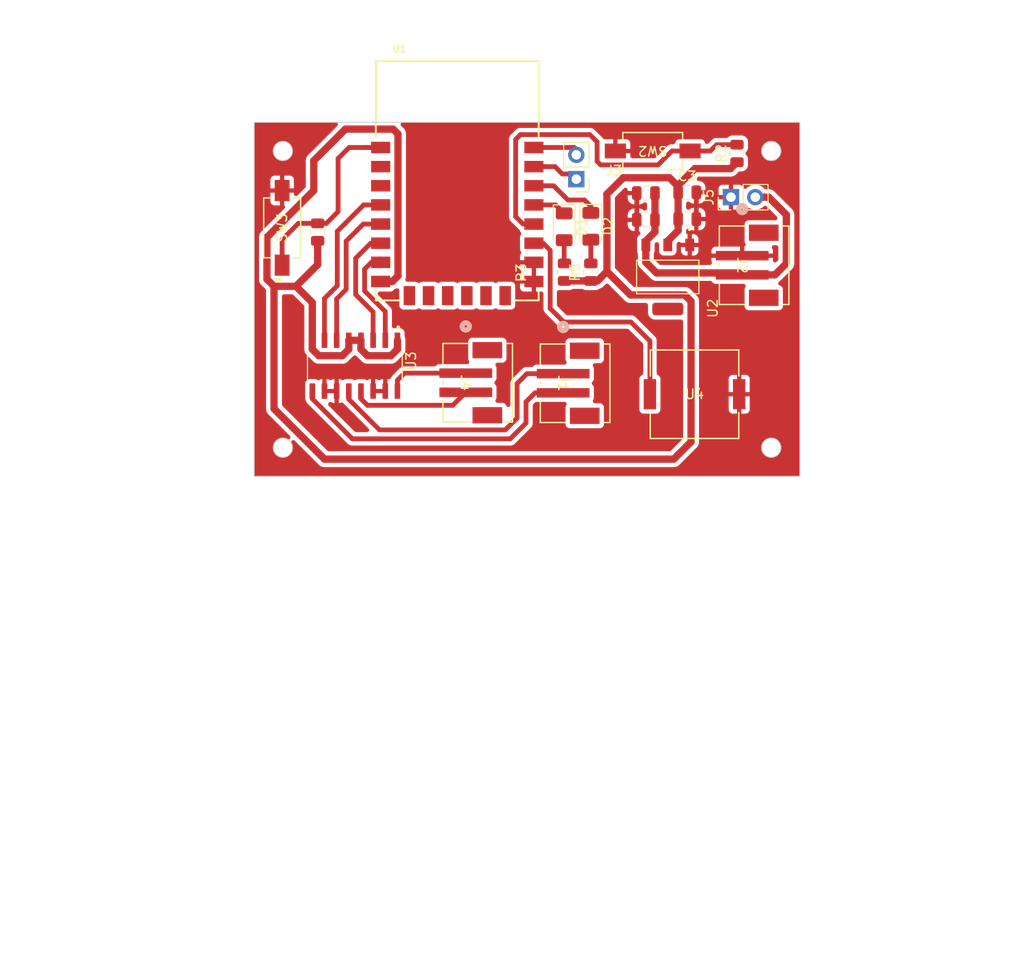
<source format=kicad_pcb>
(kicad_pcb (version 20221018) (generator pcbnew)
  (layers (0 "F.Cu" signal) (31 "B.Cu" signal) (44 "Edge.Cuts" user))
  (net 0 "")
  (net 1 "GND")
  (net 2 "VCC")
  (net 3 "/INL")
  (net 4 "Net-(J3-Pin_2)")
  (net 5 "/boot")
  (net 14 "/VIN")
  (net 15 "/LED1")
  (net 16 "/RST")
  (net 17 "Net-(D1-A)")
  (net 18 "/LED2")
  (net 19 "Net-(D2-A)")
  (net 20 "/in2")
  (net 21 "/in1")
  (net 22 "/in4")
  (net 23 "/in3")
  (net 24 "/buzzer")
  (net 25 "Net-(U3A-OUTB2)")
  (net 26 "Net-(U3A-OUTA2)")
  (net 27 "Net-(U3A-OUTB1)")
  (net 28 "Net-(U3A-OUTA1)")
  (footprint "Capacitor_SMD:C_0805_2012Metric" (layer "F.Cu") (at 80.9098 32.4015)
    (fp_text reference "C2" hide)
    (fp_text value "C")
    (fp_line (start -0.261252 -0.735) (end 0.261252 -0.735) (stroke (width 0.12)) (layer "F.SilkS"))
    (fp_line (start -0.261252 0.735) (end 0.261252 0.735) (stroke (width 0.12)) (layer "F.SilkS"))
    (pad "1" smd roundrect (at -0.95 0) (size 1 1.45) (layers "F.Cu" "F.Paste" "F.Mask") (net 1 "GND"))
    (pad "2" smd roundrect (at 0.95 0) (size 1 1.45) (layers "F.Cu" "F.Paste" "F.Mask") (net 14 "/VIN"))
  )
  (footprint "esp_lib:ESP-12F" (layer "F.Cu") (at 61.214 31.115)
    (fp_text reference "U1" (at -6.03654 -13.788698) (layer "F.SilkS") (effects (font (size 0.700469 0.700469))))
    (fp_text value "ESP-12F")
    (fp_line (start -8.5 -12.5) (end -8.5 -4.5) (stroke (width 0.2)) (layer "F.SilkS"))
    (fp_line (start -8.5 -12.5) (end 8.5 -12.5) (stroke (width 0.2)) (layer "F.SilkS"))
    (fp_line (start -8.5 11.5) (end -8.5 12.5) (stroke (width 0.2)) (layer "F.SilkS"))
    (fp_line (start -8.5 12.5) (end -6 12.5) (stroke (width 0.2)) (layer "F.SilkS"))
    (fp_line (start 8.5 -12.5) (end 8.5 -4.5) (stroke (width 0.2)) (layer "F.SilkS"))
    (fp_line (start 8.5 12.5) (end 6 12.5) (stroke (width 0.2)) (layer "F.SilkS"))
    (fp_line (start 8.5 12.5) (end 8.5 11.5) (stroke (width 0.2)) (layer "F.SilkS"))
    (pad "1" smd rect (at -8 -3.48) (size 2 1.2) (layers "F.Cu" "F.Paste" "F.Mask") (net 16 "/RST"))
    (pad "2" smd rect (at -8 -1.48) (size 2 1.2) (layers "F.Cu" "F.Paste" "F.Mask"))
    (pad "3" smd rect (at -8 0.52) (size 2 1.2) (layers "F.Cu" "F.Paste" "F.Mask"))
    (pad "4" smd rect (at -8 2.52) (size 2 1.2) (layers "F.Cu" "F.Paste" "F.Mask") (net 20 "/in2"))
    (pad "5" smd rect (at -8 4.52) (size 2 1.2) (layers "F.Cu" "F.Paste" "F.Mask") (net 21 "/in1"))
    (pad "6" smd rect (at -8 6.52) (size 2 1.2) (layers "F.Cu" "F.Paste" "F.Mask") (net 22 "/in4"))
    (pad "7" smd rect (at -8 8.52) (size 2 1.2) (layers "F.Cu" "F.Paste" "F.Mask") (net 23 "/in3"))
    (pad "8" smd rect (at -8 10.52) (size 2 1.2) (layers "F.Cu" "F.Paste" "F.Mask") (net 2 "VCC"))
    (pad "9" smd rect (at -5 12 90) (size 2 1.2) (layers "F.Cu" "F.Paste" "F.Mask"))
    (pad "10" smd rect (at -3 12 90) (size 2 1.2) (layers "F.Cu" "F.Paste" "F.Mask"))
    (pad "11" smd rect (at -1 12 90) (size 2 1.2) (layers "F.Cu" "F.Paste" "F.Mask"))
    (pad "12" smd rect (at 1 12 90) (size 2 1.2) (layers "F.Cu" "F.Paste" "F.Mask"))
    (pad "13" smd rect (at 3 12 90) (size 2 1.2) (layers "F.Cu" "F.Paste" "F.Mask"))
    (pad "14" smd rect (at 5 12 90) (size 2 1.2) (layers "F.Cu" "F.Paste" "F.Mask"))
    (pad "15" smd rect (at 8 10.52) (size 2 1.2) (layers "F.Cu" "F.Paste" "F.Mask") (net 1 "GND"))
    (pad "16" smd rect (at 8 8.52) (size 2 1.2) (layers "F.Cu" "F.Paste" "F.Mask") (net 1 "GND"))
    (pad "17" smd rect (at 8 6.52) (size 2 1.2) (layers "F.Cu" "F.Paste" "F.Mask") (net 24 "/buzzer"))
    (pad "18" smd rect (at 8 4.52) (size 2 1.2) (layers "F.Cu" "F.Paste" "F.Mask") (net 5 "/boot"))
    (pad "19" smd rect (at 8 2.52) (size 2 1.2) (layers "F.Cu" "F.Paste" "F.Mask") (net 15 "/LED1"))
    (pad "20" smd rect (at 8 0.52) (size 2 1.2) (layers "F.Cu" "F.Paste" "F.Mask") (net 18 "/LED2"))
    (pad "21" smd rect (at 8 -1.48) (size 2 1.2) (layers "F.Cu" "F.Paste" "F.Mask") (net 3 "/INL"))
    (pad "22" smd rect (at 8 -3.48) (size 2 1.2) (layers "F.Cu" "F.Paste" "F.Mask") (net 4 "Net-(J3-Pin_2)"))
  )
  (footprint "esp_lib:MX1508" (layer "F.Cu") (at 50.5206 50.431 -90)
    (fp_text reference "U3" (at -0.485 -5.872 -90) (layer "F.SilkS"))
    (fp_text value "MX1508")
    (fp_line (start -1.5 -4.95) (end 1.5 -4.95) (stroke (width 0.127)) (layer "F.SilkS"))
    (fp_line (start -1.5 4.95) (end 1.5 4.95) (stroke (width 0.127)) (layer "F.SilkS"))
    (fp_circle (center -4.011 -4.527) (end -3.911 -4.527) (stroke (width 0.2)) (fill none) (layer "F.SilkS"))
    (pad "1" smd roundrect (at -2.655 -4.445 270) (size 1.61 0.59) (layers "F.Cu" "F.Paste" "F.Mask") (roundrect_rratio 0.125) (net 2 "VCC"))
    (pad "2" smd roundrect (at -2.655 -3.175 270) (size 1.61 0.59) (layers "F.Cu" "F.Paste" "F.Mask") (roundrect_rratio 0.125) (net 23 "/in3"))
    (pad "3" smd roundrect (at -2.655 -1.905 270) (size 1.61 0.59) (layers "F.Cu" "F.Paste" "F.Mask") (roundrect_rratio 0.125) (net 22 "/in4"))
    (pad "4" smd roundrect (at -2.655 -0.635 270) (size 1.61 0.59) (layers "F.Cu" "F.Paste" "F.Mask") (roundrect_rratio 0.125) (net 2 "VCC"))
    (pad "5" smd roundrect (at -2.655 0.635 270) (size 1.61 0.59) (layers "F.Cu" "F.Paste" "F.Mask") (roundrect_rratio 0.125) (net 2 "VCC"))
    (pad "6" smd roundrect (at -2.655 1.905 270) (size 1.61 0.59) (layers "F.Cu" "F.Paste" "F.Mask") (roundrect_rratio 0.125) (net 21 "/in1"))
    (pad "7" smd roundrect (at -2.655 3.175 270) (size 1.61 0.59) (layers "F.Cu" "F.Paste" "F.Mask") (roundrect_rratio 0.125) (net 20 "/in2"))
    (pad "8" smd roundrect (at -2.655 4.445 270) (size 1.61 0.59) (layers "F.Cu" "F.Paste" "F.Mask") (roundrect_rratio 0.125) (net 2 "VCC"))
    (pad "9" smd roundrect (at 2.655 4.445 270) (size 1.61 0.59) (layers "F.Cu" "F.Paste" "F.Mask") (roundrect_rratio 0.125) (net 25 "Net-(U3A-OUTB2)"))
    (pad "10" smd roundrect (at 2.655 3.175 270) (size 1.61 0.59) (layers "F.Cu" "F.Paste" "F.Mask") (roundrect_rratio 0.125) (net 1 "GND"))
    (pad "11" smd roundrect (at 2.655 1.905 270) (size 1.61 0.59) (layers "F.Cu" "F.Paste" "F.Mask") (roundrect_rratio 0.125) (net 1 "GND"))
    (pad "12" smd roundrect (at 2.655 0.635 270) (size 1.61 0.59) (layers "F.Cu" "F.Paste" "F.Mask") (roundrect_rratio 0.125) (net 26 "Net-(U3A-OUTA2)"))
    (pad "13" smd roundrect (at 2.655 -0.635 270) (size 1.61 0.59) (layers "F.Cu" "F.Paste" "F.Mask") (roundrect_rratio 0.125) (net 27 "Net-(U3A-OUTB1)"))
    (pad "14" smd roundrect (at 2.655 -1.905 270) (size 1.61 0.59) (layers "F.Cu" "F.Paste" "F.Mask") (roundrect_rratio 0.125) (net 1 "GND"))
    (pad "15" smd roundrect (at 2.655 -3.175 270) (size 1.61 0.59) (layers "F.Cu" "F.Paste" "F.Mask") (roundrect_rratio 0.125) (net 1 "GND"))
    (pad "16" smd roundrect (at 2.655 -4.445 270) (size 1.61 0.59) (layers "F.Cu" "F.Paste" "F.Mask") (roundrect_rratio 0.125) (net 28 "Net-(U3A-OUTA1)"))
  )
  (footprint "esp_lib:RS-282G05A3-SM RT_CNK" (layer "F.Cu") (at 42.926 36.031698 90)
    (fp_text reference "SW3" (at 0 0 90 unlocked) (layer "F.SilkS"))
    (fp_text value "RS-282G05A3-SM RT")
    (fp_text user "*" (at -5.3866 0 90 unlocked) (layer "F.SilkS"))
    (fp_text user "*" (at -5.3866 0 90) (layer "F.SilkS"))
    (fp_line (start -3.1242 -1.9304) (end -3.1242 -1.10744) (stroke (width 0.1524)) (layer "F.SilkS"))
    (fp_line (start -3.1242 1.10744) (end -3.1242 1.9304) (stroke (width 0.1524)) (layer "F.SilkS"))
    (fp_line (start -3.1242 1.9304) (end 3.1242 1.9304) (stroke (width 0.1524)) (layer "F.SilkS"))
    (fp_line (start 3.1242 -1.9304) (end -3.1242 -1.9304) (stroke (width 0.1524)) (layer "F.SilkS"))
    (fp_line (start 3.1242 -1.10744) (end 3.1242 -1.9304) (stroke (width 0.1524)) (layer "F.SilkS"))
    (fp_line (start 3.1242 1.9304) (end 3.1242 1.10744) (stroke (width 0.1524)) (layer "F.SilkS"))
    (pad "1" smd rect (at -3.900698 0 90) (size 2.2098 1.5494) (layers "F.Cu" "F.Paste" "F.Mask") (net 16 "/RST"))
    (pad "2" smd rect (at 3.900698 0 90) (size 2.2098 1.5494) (layers "F.Cu" "F.Paste" "F.Mask") (net 1 "GND"))
  )
  (footprint "Resistor_SMD:R_0805_2012Metric" (layer "F.Cu") (at 90.424 28.256 90)
    (fp_text reference "R2" (at 0 -1.65 90) (layer "F.SilkS"))
    (fp_text value "R")
    (fp_line (start -0.227064 -0.735) (end 0.227064 -0.735) (stroke (width 0.12)) (layer "F.SilkS"))
    (fp_line (start -0.227064 0.735) (end 0.227064 0.735) (stroke (width 0.12)) (layer "F.SilkS"))
    (pad "1" smd roundrect (at -0.9125 0 90) (size 1.025 1.4) (layers "F.Cu" "F.Paste" "F.Mask") (roundrect_rratio 0.243902439) (net 2 "VCC"))
    (pad "2" smd roundrect (at 0.9125 0 90) (size 1.025 1.4) (layers "F.Cu" "F.Paste" "F.Mask") (roundrect_rratio 0.243902439) (net 5 "/boot"))
  )
  (footprint "esp_lib:B2B-PH-SM4-TBLFSN_JST" (layer "F.Cu") (at 63.347801 52.212999 -90)
    (fp_text reference "J4" (at 0 1.244801 -90 unlocked) (layer "F.SilkS"))
    (fp_text value "B2B-PH-SM4-TBLFSN")
    (fp_circle (center -5.8801 1.244801) (end -5.4991 1.244801) (stroke (width 0.508)) (fill none) (layer "B.SilkS"))
    (fp_line (start -4.1021 -3.6322) (end -4.1021 -2.88734) (stroke (width 0.1524)) (layer "F.SilkS"))
    (fp_line (start -4.1021 0.87694) (end -4.1021 3.6322) (stroke (width 0.1524)) (layer "F.SilkS"))
    (fp_line (start -4.1021 3.6322) (end -1.828041 3.6322) (stroke (width 0.1524)) (layer "F.SilkS"))
    (fp_line (start -0.171961 3.6322) (end 0.171961 3.6322) (stroke (width 0.1524)) (layer "F.SilkS"))
    (fp_line (start 1.828041 3.6322) (end 4.1021 3.6322) (stroke (width 0.1524)) (layer "F.SilkS"))
    (fp_line (start 4.1021 -3.6322) (end -4.1021 -3.6322) (stroke (width 0.1524)) (layer "F.SilkS"))
    (fp_line (start 4.1021 -2.88734) (end 4.1021 -3.6322) (stroke (width 0.1524)) (layer "F.SilkS"))
    (fp_line (start 4.1021 3.6322) (end 4.1021 0.87694) (stroke (width 0.1524)) (layer "F.SilkS"))
    (fp_circle (center -5.8801 1.244801) (end -5.4991 1.244801) (stroke (width 0.508)) (fill none) (layer "F.SilkS"))
    (pad "1" smd rect (at -1.000001 1.244801 270) (size 0.9906 5.5118) (layers "F.Cu" "F.Paste" "F.Mask") (net 28 "Net-(U3A-OUTA1)"))
    (pad "2" smd rect (at 1.000001 1.244801 270) (size 0.9906 5.5118) (layers "F.Cu" "F.Paste" "F.Mask") (net 27 "Net-(U3A-OUTB1)"))
    (pad "3" smd rect (at -3.399998 -1.0052) (size 3.0988 1.7018) (layers "F.Cu" "F.Paste" "F.Mask"))
    (pad "4" smd rect (at 3.399998 -1.0052) (size 3.0988 1.7018) (layers "F.Cu" "F.Paste" "F.Mask"))
  )
  (footprint "Connector_PinHeader_2.54mm:PinHeader_1x02_P2.54mm_Vertical" (layer "F.Cu") (at 89.7948 32.828 90)
    (fp_text reference "J5" (at 0 -2.33 90) (layer "F.SilkS"))
    (fp_text value "Conn_01x02_Pin")
    (fp_line (start -1.33 -1.33) (end 0 -1.33) (stroke (width 0.12)) (layer "F.SilkS"))
    (fp_line (start -1.33 0) (end -1.33 -1.33) (stroke (width 0.12)) (layer "F.SilkS"))
    (fp_line (start -1.33 1.27) (end -1.33 3.87) (stroke (width 0.12)) (layer "F.SilkS"))
    (fp_line (start -1.33 1.27) (end 1.33 1.27) (stroke (width 0.12)) (layer "F.SilkS"))
    (fp_line (start -1.33 3.87) (end 1.33 3.87) (stroke (width 0.12)) (layer "F.SilkS"))
    (fp_line (start 1.33 1.27) (end 1.33 3.87) (stroke (width 0.12)) (layer "F.SilkS"))
    (pad "1" thru_hole rect (at 0 0 90) (size 1.7 1.7) (drill 1) (layers "*.Cu" "*.Mask") (net 1 "GND"))
    (pad "2" thru_hole oval (at 0 2.54 90) (size 1.7 1.7) (drill 1) (layers "*.Cu" "*.Mask") (net 14 "/VIN"))
  )
  (footprint "Resistor_SMD:R_0805_2012Metric" (layer "F.Cu") (at 46.6344 36.4744 -90)
    (fp_text reference "R1" hide)
    (fp_text value "R" hide)
    (fp_line (start -0.227064 -0.735) (end 0.227064 -0.735) (stroke (width 0.12)) (layer "F.SilkS"))
    (fp_line (start -0.227064 0.735) (end 0.227064 0.735) (stroke (width 0.12)) (layer "F.SilkS"))
    (pad "1" smd roundrect (at -0.9125 0 270) (size 1.025 1.4) (layers "F.Cu" "F.Paste" "F.Mask") (roundrect_rratio 0.243902439) (net 16 "/RST"))
    (pad "2" smd roundrect (at 0.9125 0 270) (size 1.025 1.4) (layers "F.Cu" "F.Paste" "F.Mask") (roundrect_rratio 0.243902439) (net 2 "VCC"))
  )
  (footprint "LED_SMD:LED_1206_3216Metric" (layer "F.Cu") (at 72.3775 35.921 -90)
    (fp_text reference "D1" (at 0 -1.82 90) (layer "F.SilkS"))
    (fp_text value "LED")
    (fp_line (start -2.285 -1.135) (end -2.285 1.135) (stroke (width 0.12)) (layer "F.SilkS"))
    (fp_line (start -2.285 1.135) (end 1.6 1.135) (stroke (width 0.12)) (layer "F.SilkS"))
    (fp_line (start 1.6 -1.135) (end -2.285 -1.135) (stroke (width 0.12)) (layer "F.SilkS"))
    (pad "1" smd roundrect (at -1.4 0 270) (size 1.25 1.75) (layers "F.Cu" "F.Paste" "F.Mask") (roundrect_rratio 0.2) (net 15 "/LED1"))
    (pad "2" smd roundrect (at 1.4 0 270) (size 1.25 1.75) (layers "F.Cu" "F.Paste" "F.Mask") (roundrect_rratio 0.2) (net 17 "Net-(D1-A)"))
  )
  (footprint "Resistor_SMD:R_0805_2012Metric" (layer "F.Cu") (at 72.4154 40.6635 -90)
    (fp_text reference "R3" (at 0.0532 4.5211 90) (layer "F.SilkS"))
    (fp_text value "R")
    (fp_line (start -0.227064 -0.735) (end 0.227064 -0.735) (stroke (width 0.12)) (layer "F.SilkS"))
    (fp_line (start -0.227064 0.735) (end 0.227064 0.735) (stroke (width 0.12)) (layer "F.SilkS"))
    (pad "1" smd roundrect (at -0.9125 0 270) (size 1.025 1.4) (layers "F.Cu" "F.Paste" "F.Mask") (roundrect_rratio 0.243902439) (net 17 "Net-(D1-A)"))
    (pad "2" smd roundrect (at 0.9125 0 270) (size 1.025 1.4) (layers "F.Cu" "F.Paste" "F.Mask") (roundrect_rratio 0.243902439) (net 2 "VCC"))
  )
  (footprint "Capacitor_SMD:C_0805_2012Metric" (layer "F.Cu") (at 85.2278 32.32)
    (fp_text reference "C3" (at 0 -1.68) (layer "F.SilkS"))
    (fp_text value "C")
    (fp_line (start -0.261252 -0.735) (end 0.261252 -0.735) (stroke (width 0.12)) (layer "F.SilkS"))
    (fp_line (start -0.261252 0.735) (end 0.261252 0.735) (stroke (width 0.12)) (layer "F.SilkS"))
    (pad "1" smd roundrect (at -0.95 0) (size 1 1.45) (layers "F.Cu" "F.Paste" "F.Mask") (net 2 "VCC"))
    (pad "2" smd roundrect (at 0.95 0) (size 1 1.45) (layers "F.Cu" "F.Paste" "F.Mask") (net 1 "GND"))
  )
  (footprint "esp_lib:SOT229P700X180-4N" (layer "F.Cu") (at 83.1958 41.1645 -90)
    (fp_text reference "U2" (at 3.2755 -4.695 90) (layer "F.SilkS"))
    (fp_text value "AMS1117-3.3" hide)
    (fp_line (start -1.7525 -3.2525) (end 1.7525 -3.2525) (stroke (width 0.127)) (layer "F.SilkS"))
    (fp_line (start -1.7525 3.2525) (end -1.7525 -3.2525) (stroke (width 0.127)) (layer "F.SilkS"))
    (fp_line (start 1.7525 -3.2525) (end 1.7525 3.2525) (stroke (width 0.127)) (layer "F.SilkS"))
    (fp_line (start 1.7525 3.2525) (end -1.7525 3.2525) (stroke (width 0.127)) (layer "F.SilkS"))
    (fp_circle (center -5 -2.29) (end -4.9 -2.29) (stroke (width 0.2)) (fill none) (layer "F.SilkS"))
    (pad "1" smd roundrect (at -3.345 -2.29 270) (size 1.31 0.93) (layers "F.Cu" "F.Paste" "F.Mask") (roundrect_rratio 0.07) (net 1 "GND"))
    (pad "2" smd roundrect (at -3.345 0 270) (size 1.31 0.93) (layers "F.Cu" "F.Paste" "F.Mask") (roundrect_rratio 0.07) (net 2 "VCC"))
    (pad "3" smd roundrect (at -3.345 2.29 270) (size 1.31 0.93) (layers "F.Cu" "F.Paste" "F.Mask") (roundrect_rratio 0.07) (net 14 "/VIN"))
    (pad "4" smd roundrect (at 3.345 0 270) (size 1.31 3.24) (layers "F.Cu" "F.Paste" "F.Mask") (roundrect_rratio 0.24))
  )
  (footprint "esp_lib:SM_CPT_9X9_CUD" (layer "F.Cu") (at 85.9917 53.4162)
    (fp_text reference "U4" (at 0 0 unlocked) (layer "F.SilkS"))
    (fp_text value "CPT-9019S-SMT-TR")
    (fp_line (start -4.6228 -4.6228) (end -4.6228 -1.90754) (stroke (width 0.1524)) (layer "F.SilkS"))
    (fp_line (start -4.6228 1.90754) (end -4.6228 4.6228) (stroke (width 0.1524)) (layer "F.SilkS"))
    (fp_line (start -4.6228 4.6228) (end 4.6228 4.6228) (stroke (width 0.1524)) (layer "F.SilkS"))
    (fp_line (start 4.6228 -4.6228) (end -4.6228 -4.6228) (stroke (width 0.1524)) (layer "F.SilkS"))
    (fp_line (start 4.6228 -1.90754) (end 4.6228 -4.6228) (stroke (width 0.1524)) (layer "F.SilkS"))
    (fp_line (start 4.6228 4.6228) (end 4.6228 1.90754) (stroke (width 0.1524)) (layer "F.SilkS"))
    (pad "1" smd rect (at -4.6609 0) (size 1.2954 3.1496) (layers "F.Cu" "F.Paste" "F.Mask") (net 24 "/buzzer"))
    (pad "2" smd rect (at 4.6609 0) (size 1.2954 3.1496) (layers "F.Cu" "F.Paste" "F.Mask") (net 1 "GND"))
  )
  (footprint "LED_SMD:LED_1206_3216Metric" (layer "F.Cu") (at 75.1586 35.8678 -90)
    (fp_text reference "D2" (at 0 -1.82 90) (layer "F.SilkS"))
    (fp_text value "LED")
    (fp_line (start -2.285 -1.135) (end -2.285 1.135) (stroke (width 0.12)) (layer "F.SilkS"))
    (fp_line (start -2.285 1.135) (end 1.6 1.135) (stroke (width 0.12)) (layer "F.SilkS"))
    (fp_line (start 1.6 -1.135) (end -2.285 -1.135) (stroke (width 0.12)) (layer "F.SilkS"))
    (pad "1" smd roundrect (at -1.4 0 270) (size 1.25 1.75) (layers "F.Cu" "F.Paste" "F.Mask") (roundrect_rratio 0.2) (net 18 "/LED2"))
    (pad "2" smd roundrect (at 1.4 0 270) (size 1.25 1.75) (layers "F.Cu" "F.Paste" "F.Mask") (roundrect_rratio 0.2) (net 19 "Net-(D2-A)"))
  )
  (footprint "Capacitor_SMD:C_0805_2012Metric" (layer "F.Cu") (at 85.2278 35.114)
    (fp_text reference "C4" hide)
    (fp_text value "C")
    (fp_line (start -0.261252 -0.735) (end 0.261252 -0.735) (stroke (width 0.12)) (layer "F.SilkS"))
    (fp_line (start -0.261252 0.735) (end 0.261252 0.735) (stroke (width 0.12)) (layer "F.SilkS"))
    (pad "1" smd roundrect (at -0.95 0) (size 1 1.45) (layers "F.Cu" "F.Paste" "F.Mask") (net 2 "VCC"))
    (pad "2" smd roundrect (at 0.95 0) (size 1 1.45) (layers "F.Cu" "F.Paste" "F.Mask") (net 1 "GND"))
  )
  (footprint "Resistor_SMD:R_0805_2012Metric" (layer "F.Cu") (at 75.1586 40.6635 90)
    (fp_text reference "R5" (at 0 -1.65 90) (layer "F.SilkS"))
    (fp_text value "R")
    (fp_line (start -0.227064 -0.735) (end 0.227064 -0.735) (stroke (width 0.12)) (layer "F.SilkS"))
    (fp_line (start -0.227064 0.735) (end 0.227064 0.735) (stroke (width 0.12)) (layer "F.SilkS"))
    (pad "1" smd roundrect (at -0.9125 0 90) (size 1.025 1.4) (layers "F.Cu" "F.Paste" "F.Mask") (roundrect_rratio 0.243902439) (net 2 "VCC"))
    (pad "2" smd roundrect (at 0.9125 0 90) (size 1.025 1.4) (layers "F.Cu" "F.Paste" "F.Mask") (roundrect_rratio 0.243902439) (net 19 "Net-(D2-A)"))
  )
  (footprint "esp_lib:B2B-PH-SM4-TBLFSN_JST" (layer "F.Cu") (at 92.2128 39.94 -90)
    (fp_text reference "J2" (at 0 1.244801 -90 unlocked) (layer "F.SilkS"))
    (fp_text value "B2B-PH-SM4-TBLFSN")
    (fp_circle (center -5.8801 1.244801) (end -5.4991 1.244801) (stroke (width 0.508)) (fill none) (layer "B.SilkS"))
    (fp_line (start -4.1021 -3.6322) (end -4.1021 -2.88734) (stroke (width 0.1524)) (layer "F.SilkS"))
    (fp_line (start -4.1021 0.87694) (end -4.1021 3.6322) (stroke (width 0.1524)) (layer "F.SilkS"))
    (fp_line (start -4.1021 3.6322) (end -1.828041 3.6322) (stroke (width 0.1524)) (layer "F.SilkS"))
    (fp_line (start -0.171961 3.6322) (end 0.171961 3.6322) (stroke (width 0.1524)) (layer "F.SilkS"))
    (fp_line (start 1.828041 3.6322) (end 4.1021 3.6322) (stroke (width 0.1524)) (layer "F.SilkS"))
    (fp_line (start 4.1021 -3.6322) (end -4.1021 -3.6322) (stroke (width 0.1524)) (layer "F.SilkS"))
    (fp_line (start 4.1021 -2.88734) (end 4.1021 -3.6322) (stroke (width 0.1524)) (layer "F.SilkS"))
    (fp_line (start 4.1021 3.6322) (end 4.1021 0.87694) (stroke (width 0.1524)) (layer "F.SilkS"))
    (fp_circle (center -5.8801 1.244801) (end -5.4991 1.244801) (stroke (width 0.508)) (fill none) (layer "F.SilkS"))
    (pad "1" smd rect (at -1.000001 1.244801 270) (size 0.9906 5.5118) (layers "F.Cu" "F.Paste" "F.Mask") (net 1 "GND"))
    (pad "2" smd rect (at 1.000001 1.244801 270) (size 0.9906 5.5118) (layers "F.Cu" "F.Paste" "F.Mask") (net 14 "/VIN"))
    (pad "3" smd rect (at -3.399998 -1.0052) (size 3.0988 1.7018) (layers "F.Cu" "F.Paste" "F.Mask"))
    (pad "4" smd rect (at 3.399998 -1.0052) (size 3.0988 1.7018) (layers "F.Cu" "F.Paste" "F.Mask"))
  )
  (footprint "Capacitor_SMD:C_0805_2012Metric" (layer "F.Cu") (at 80.9098 35.1955)
    (fp_text reference "C1" hide)
    (fp_text value "C")
    (fp_line (start -0.261252 -0.735) (end 0.261252 -0.735) (stroke (width 0.12)) (layer "F.SilkS"))
    (fp_line (start -0.261252 0.735) (end 0.261252 0.735) (stroke (width 0.12)) (layer "F.SilkS"))
    (pad "1" smd roundrect (at -0.95 0) (size 1 1.45) (layers "F.Cu" "F.Paste" "F.Mask") (net 1 "GND"))
    (pad "2" smd roundrect (at 0.95 0) (size 1 1.45) (layers "F.Cu" "F.Paste" "F.Mask") (net 14 "/VIN"))
  )
  (footprint "esp_lib:B2B-PH-SM4-TBLFSN_JST" (layer "F.Cu") (at 73.5184 52.269598 -90)
    (fp_text reference "J1" (at 0 1.244801 -90 unlocked) (layer "F.SilkS"))
    (fp_text value "B2B-PH-SM4-TBLFSN" hide)
    (fp_circle (center -5.8801 1.244801) (end -5.4991 1.244801) (stroke (width 0.508)) (fill none) (layer "B.SilkS"))
    (fp_line (start -4.1021 -3.6322) (end -4.1021 -2.88734) (stroke (width 0.1524)) (layer "F.SilkS"))
    (fp_line (start -4.1021 0.87694) (end -4.1021 3.6322) (stroke (width 0.1524)) (layer "F.SilkS"))
    (fp_line (start -4.1021 3.6322) (end -1.828041 3.6322) (stroke (width 0.1524)) (layer "F.SilkS"))
    (fp_line (start -0.171961 3.6322) (end 0.171961 3.6322) (stroke (width 0.1524)) (layer "F.SilkS"))
    (fp_line (start 1.828041 3.6322) (end 4.1021 3.6322) (stroke (width 0.1524)) (layer "F.SilkS"))
    (fp_line (start 4.1021 -3.6322) (end -4.1021 -3.6322) (stroke (width 0.1524)) (layer "F.SilkS"))
    (fp_line (start 4.1021 -2.88734) (end 4.1021 -3.6322) (stroke (width 0.1524)) (layer "F.SilkS"))
    (fp_line (start 4.1021 3.6322) (end 4.1021 0.87694) (stroke (width 0.1524)) (layer "F.SilkS"))
    (fp_circle (center -5.8801 1.244801) (end -5.4991 1.244801) (stroke (width 0.508)) (fill none) (layer "F.SilkS"))
    (pad "1" smd rect (at -1.000001 1.244801 270) (size 0.9906 5.5118) (layers "F.Cu" "F.Paste" "F.Mask") (net 26 "Net-(U3A-OUTA2)"))
    (pad "2" smd rect (at 1.000001 1.244801 270) (size 0.9906 5.5118) (layers "F.Cu" "F.Paste" "F.Mask") (net 25 "Net-(U3A-OUTB2)"))
    (pad "3" smd rect (at -3.399998 -1.0052) (size 3.0988 1.7018) (layers "F.Cu" "F.Paste" "F.Mask"))
    (pad "4" smd rect (at 3.399998 -1.0052) (size 3.0988 1.7018) (layers "F.Cu" "F.Paste" "F.Mask"))
  )
  (footprint "esp_lib:RS-282G05A3-SM RT_CNK" (layer "F.Cu") (at 81.624698 28.002 180)
    (fp_text reference "SW2" (at 0 0 180 unlocked) (layer "F.SilkS"))
    (fp_text value "RS-282G05A3-SM RT")
    (fp_line (start -3.1242 -1.9304) (end -3.1242 -1.10744) (stroke (width 0.1524)) (layer "F.SilkS"))
    (fp_line (start -3.1242 1.10744) (end -3.1242 1.9304) (stroke (width 0.1524)) (layer "F.SilkS"))
    (fp_line (start -3.1242 1.9304) (end 3.1242 1.9304) (stroke (width 0.1524)) (layer "F.SilkS"))
    (fp_line (start 3.1242 -1.9304) (end -3.1242 -1.9304) (stroke (width 0.1524)) (layer "F.SilkS"))
    (fp_line (start 3.1242 -1.10744) (end 3.1242 -1.9304) (stroke (width 0.1524)) (layer "F.SilkS"))
    (fp_line (start 3.1242 1.9304) (end 3.1242 1.10744) (stroke (width 0.1524)) (layer "F.SilkS"))
    (pad "1" smd rect (at -3.900698 0 180) (size 2.2098 1.5494) (layers "F.Cu" "F.Paste" "F.Mask") (net 5 "/boot"))
    (pad "2" smd rect (at 3.900698 0 180) (size 2.2098 1.5494) (layers "F.Cu" "F.Paste" "F.Mask") (net 1 "GND"))
  )
  (footprint "Connector_PinHeader_2.54mm:PinHeader_1x02_P2.54mm_Vertical" (layer "F.Cu") (at 73.647968 30.944 180)
    (fp_text reference "J3" (at -3.937 0.889 180) (layer "F.SilkS"))
    (fp_text value "Conn_01x02_Pin" hide)
    (fp_line (start -1.33 -1.33) (end 0 -1.33) (stroke (width 0.12)) (layer "F.SilkS"))
    (fp_line (start -1.33 0) (end -1.33 -1.33) (stroke (width 0.12)) (layer "F.SilkS"))
    (fp_line (start -1.33 1.27) (end -1.33 3.87) (stroke (width 0.12)) (layer "F.SilkS"))
    (fp_line (start -1.33 1.27) (end 1.33 1.27) (stroke (width 0.12)) (layer "F.SilkS"))
    (fp_line (start -1.33 3.87) (end 1.33 3.87) (stroke (width 0.12)) (layer "F.SilkS"))
    (fp_line (start 1.33 1.27) (end 1.33 3.87) (stroke (width 0.12)) (layer "F.SilkS"))
    (pad "1" thru_hole rect (at 0 0 180) (size 1.7 1.7) (drill 1) (layers "*.Cu" "*.Mask") (net 3 "/INL"))
    (pad "2" thru_hole oval (at 0 2.54 180) (size 1.7 1.7) (drill 1) (layers "*.Cu" "*.Mask") (net 4 "Net-(J3-Pin_2)"))
  )
  (gr_circle (center 43 28) (end 44 28) (stroke (width 0.1)) (fill none) (layer "Edge.Cuts"))
  (gr_circle (center 94 59) (end 95 59) (stroke (width 0.1)) (fill none) (layer "Edge.Cuts"))
  (gr_circle (center 94 28) (end 95 28) (stroke (width 0.1)) (fill none) (layer "Edge.Cuts"))
  (gr_circle (center 43 59) (end 44 59) (stroke (width 0.1)) (fill none) (layer "Edge.Cuts"))
  (gr_rect (start 40 25) (end 97 62) (stroke (width 0.1)) (fill none) (layer "Edge.Cuts"))
  (segment (start 79.9598 32.4015) (end 79.9598 35.1955) (width 0.5) (layer "F.Cu") (net 1))
  (segment (start 86.1778 32.32) (end 86.1778 35.114) (width 0.5) (layer "F.Cu") (net 1))
  (segment (start 79.2981 43.0435) (end 84.967556 43.0435) (width 0.762) (layer "F.Cu") (net 2))
  (segment (start 46.228 32.131) (end 41.3403 37.0187) (width 0.762) (layer "F.Cu") (net 2))
  (segment (start 76.8446 40.59) (end 75.8586 41.576) (width 0.762) (layer "F.Cu") (net 2))
  (segment (start 86.0278 29.845) (end 89.7475 29.845) (width 0.762) (layer "F.Cu") (net 2))
  (segment (start 76.835 32.512) (end 76.8446 32.5216) (width 0.762) (layer "F.Cu") (net 2))
  (segment (start 46.0756 48.71177) (end 46.75583 49.392) (width 0.762) (layer "F.Cu") (net 2))
  (segment (start 47.3456 60.198) (end 42.0769 54.9293) (width 0.762) (layer "F.Cu") (net 2))
  (segment (start 84.2778 36.318) (end 84.2778 35.114) (width 0.762) (layer "F.Cu") (net 2))
  (segment (start 89.7475 29.845) (end 90.424 29.1685) (width 0.762) (layer "F.Cu") (net 2))
  (segment (start 44.3738 42.1386) (end 46.6344 39.878) (width 0.762) (layer "F.Cu") (net 2))
  (segment (start 49.20537 49.392) (end 49.8856 48.71177) (width 0.762) (layer "F.Cu") (net 2))
  (segment (start 83.1958 37.4) (end 84.2778 36.318) (width 0.762) (layer "F.Cu") (net 2))
  (segment (start 75.1586 41.576) (end 72.4154 41.576) (width 0.762) (layer "F.Cu") (net 2))
  (segment (start 83.1958 37.8195) (end 83.1958 37.4) (width 0.762) (layer "F.Cu") (net 2))
  (segment (start 51.1556 47.776) (end 51.1556 48.71177) (width 0.762) (layer "F.Cu") (net 2))
  (segment (start 76.8446 40.59) (end 79.2981 43.0435) (width 0.762) (layer "F.Cu") (net 2))
  (segment (start 85.6268 43.702744) (end 85.6268 58.3912) (width 0.762) (layer "F.Cu") (net 2))
  (segment (start 54.28537 49.392) (end 54.9656 48.71177) (width 0.762) (layer "F.Cu") (net 2))
  (segment (start 54.517 25.716) (end 49.53 25.716) (width 0.762) (layer "F.Cu") (net 2))
  (segment (start 76.8446 32.5216) (end 76.8446 40.59) (width 0.762) (layer "F.Cu") (net 2))
  (segment (start 42.0769 54.9293) (end 42.0769 42.1386) (width 0.762) (layer "F.Cu") (net 2))
  (segment (start 78.551 30.796) (end 76.835 32.512) (width 0.762) (layer "F.Cu") (net 2))
  (segment (start 46.228 29.018) (end 46.228 32.131) (width 0.762) (layer "F.Cu") (net 2))
  (segment (start 84.2778 32.32) (end 84.2778 31.595) (width 0.762) (layer "F.Cu") (net 2))
  (segment (start 54.436 41.635) (end 55.025 41.046) (width 0.762) (layer "F.Cu") (net 2))
  (segment (start 54.9656 48.71177) (end 54.9656 47.776) (width 0.762) (layer "F.Cu") (net 2))
  (segment (start 84.2778 31.595) (end 86.0278 29.845) (width 0.762) (layer "F.Cu") (net 2))
  (segment (start 46.0756 47.776) (end 46.0756 48.71177) (width 0.762) (layer "F.Cu") (net 2))
  (segment (start 53.214 41.635) (end 54.436 41.635) (width 0.762) (layer "F.Cu") (net 2))
  (segment (start 83.374 30.796) (end 78.551 30.796) (width 0.762) (layer "F.Cu") (net 2))
  (segment (start 84.2778 32.32) (end 84.2778 31.6998) (width 0.762) (layer "F.Cu") (net 2))
  (segment (start 46.6344 39.878) (end 46.6344 37.3869) (width 0.762) (layer "F.Cu") (net 2))
  (segment (start 75.8586 41.576) (end 75.1586 41.576) (width 0.762) (layer "F.Cu") (net 2))
  (segment (start 49.8856 47.776) (end 51.1556 47.776) (width 0.762) (layer "F.Cu") (net 2))
  (segment (start 46.75583 49.392) (end 49.20537 49.392) (width 0.762) (layer "F.Cu") (net 2))
  (segment (start 42.0769 42.1386) (end 41.3403 41.402) (width 0.762) (layer "F.Cu") (net 2))
  (segment (start 55.025 26.224) (end 54.517 25.716) (width 0.762) (layer "F.Cu") (net 2))
  (segment (start 49.53 25.716) (end 46.228 29.018) (width 0.762) (layer "F.Cu") (net 2))
  (segment (start 49.8856 48.71177) (end 49.8856 47.776) (width 0.762) (layer "F.Cu") (net 2))
  (segment (start 55.025 41.046) (end 55.025 26.224) (width 0.762) (layer "F.Cu") (net 2))
  (segment (start 84.2778 31.6998) (end 83.374 30.796) (width 0.762) (layer "F.Cu") (net 2))
  (segment (start 51.1556 48.71177) (end 51.83583 49.392) (width 0.762) (layer "F.Cu") (net 2))
  (segment (start 85.6268 58.3912) (end 83.82 60.198) (width 0.762) (layer "F.Cu") (net 2))
  (segment (start 44.3738 42.1386) (end 42.0769 42.1386) (width 0.762) (layer "F.Cu") (net 2))
  (segment (start 46.0756 43.8404) (end 46.0756 47.776) (width 0.762) (layer "F.Cu") (net 2))
  (segment (start 41.3403 37.0187) (end 41.3403 41.402) (width 0.762) (layer "F.Cu") (net 2))
  (segment (start 83.82 60.198) (end 47.3456 60.198) (width 0.762) (layer "F.Cu") (net 2))
  (segment (start 84.2778 32.32) (end 84.2778 35.114) (width 0.762) (layer "F.Cu") (net 2))
  (segment (start 51.83583 49.392) (end 54.28537 49.392) (width 0.762) (layer "F.Cu") (net 2))
  (segment (start 44.3738 42.1386) (end 46.0756 43.8404) (width 0.762) (layer "F.Cu") (net 2))
  (segment (start 84.967556 43.0435) (end 85.6268 43.702744) (width 0.762) (layer "F.Cu") (net 2))
  (segment (start 71.418 29.635) (end 72.187 30.404) (width 0.5) (layer "F.Cu") (net 3))
  (segment (start 72.187 30.404) (end 73.66 30.404) (width 0.5) (layer "F.Cu") (net 3))
  (segment (start 69.214 29.635) (end 71.418 29.635) (width 0.5) (layer "F.Cu") (net 3))
  (segment (start 69.214 27.635) (end 73.431 27.635) (width 0.5) (layer "F.Cu") (net 4))
  (segment (start 73.431 27.635) (end 73.66 27.864) (width 0.5) (layer "F.Cu") (net 4))
  (segment (start 69.443 27.864) (end 69.214 27.635) (width 0.5) (layer "F.Cu") (net 4))
  (segment (start 75.057 26.289) (end 75.819 27.051) (width 0.5) (layer "F.Cu") (net 5))
  (segment (start 87.63 28.002) (end 88.2885 27.3435) (width 0.5) (layer "F.Cu") (net 5))
  (segment (start 85.525396 28.002) (end 87.63 28.002) (width 0.5) (layer "F.Cu") (net 5))
  (segment (start 82.1763 29.4567) (end 83.631 28.002) (width 0.5) (layer "F.Cu") (net 5))
  (segment (start 75.819 29.083) (end 76.1927 29.4567) (width 0.5) (layer "F.Cu") (net 5))
  (segment (start 88.2885 27.3435) (end 90.424 27.3435) (width 0.5) (layer "F.Cu") (net 5))
  (segment (start 67.31 34.86) (end 67.31 26.797) (width 0.5) (layer "F.Cu") (net 5))
  (segment (start 69.214 35.635) (end 68.085 35.635) (width 0.5) (layer "F.Cu") (net 5))
  (segment (start 67.818 26.289) (end 75.057 26.289) (width 0.5) (layer "F.Cu") (net 5))
  (segment (start 68.085 35.635) (end 67.31 34.86) (width 0.5) (layer "F.Cu") (net 5))
  (segment (start 75.819 27.051) (end 75.819 29.083) (width 0.5) (layer "F.Cu") (net 5))
  (segment (start 83.631 28.002) (end 85.525396 28.002) (width 0.5) (layer "F.Cu") (net 5))
  (segment (start 67.31 26.797) (end 67.818 26.289) (width 0.5) (layer "F.Cu") (net 5))
  (segment (start 76.1927 29.4567) (end 82.1763 29.4567) (width 0.5) (layer "F.Cu") (net 5))
  (segment (start 93.7368 32.828) (end 92.3348 32.828) (width 0.762) (layer "F.Cu") (net 14))
  (segment (start 90.769598 40.7416) (end 90.967999 40.940001) (width 0.762) (layer "F.Cu") (net 14))
  (segment (start 80.9058 39.6308) (end 82.0166 40.7416) (width 0.762) (layer "F.Cu") (net 14))
  (segment (start 94.387799 40.940001) (end 90.967999 40.940001) (width 0.762) (layer "F.Cu") (net 14))
  (segment (start 95.5784 39.7494) (end 95.5784 34.6696) (width 0.762) (layer "F.Cu") (net 14))
  (segment (start 80.9058 37.8195) (end 80.9058 39.6308) (width 0.762) (layer "F.Cu") (net 14))
  (segment (start 81.8598 32.4015) (end 81.8598 35.1955) (width 0.762) (layer "F.Cu") (net 14))
  (segment (start 82.0166 40.7416) (end 90.769598 40.7416) (width 0.762) (layer "F.Cu") (net 14))
  (segment (start 95.5784 34.6696) (end 93.7368 32.828) (width 0.762) (layer "F.Cu") (net 14))
  (segment (start 80.9058 37.8195) (end 80.9058 37.404) (width 0.762) (layer "F.Cu") (net 14))
  (segment (start 81.8598 36.45) (end 81.8598 35.1955) (width 0.762) (layer "F.Cu") (net 14))
  (segment (start 80.9058 37.404) (end 81.8598 36.45) (width 0.762) (layer "F.Cu") (net 14))
  (segment (start 94.387799 40.940001) (end 95.5784 39.7494) (width 0.762) (layer "F.Cu") (net 14))
  (segment (start 71.4915 33.635) (end 72.3775 34.521) (width 0.5) (layer "F.Cu") (net 15))
  (segment (start 69.214 33.635) (end 69.423 33.844) (width 0.5) (layer "F.Cu") (net 15))
  (segment (start 69.214 33.635) (end 71.4915 33.635) (width 0.5) (layer "F.Cu") (net 15))
  (segment (start 49.928634 27.635) (end 51.706 27.635) (width 0.5) (layer "F.Cu") (net 16))
  (segment (start 42.926 39.932396) (end 42.926 37.2618) (width 0.5) (layer "F.Cu") (net 16))
  (segment (start 51.706 27.635) (end 53.214 27.635) (width 0.508) (layer "F.Cu") (net 16))
  (segment (start 48.768 28.795634) (end 49.928634 27.635) (width 0.5) (layer "F.Cu") (net 16))
  (segment (start 44.6259 35.5619) (end 46.6344 35.5619) (width 0.5) (layer "F.Cu") (net 16))
  (segment (start 42.926 37.2618) (end 44.6259 35.5619) (width 0.5) (layer "F.Cu") (net 16))
  (segment (start 47.5469 35.5619) (end 48.768 34.3408) (width 0.5) (layer "F.Cu") (net 16))
  (segment (start 46.6344 35.5619) (end 47.5469 35.5619) (width 0.5) (layer "F.Cu") (net 16))
  (segment (start 48.768 34.3408) (end 48.768 28.795634) (width 0.5) (layer "F.Cu") (net 16))
  (segment (start 72.3775 37.321) (end 72.3775 39.7131) (width 0.5) (layer "F.Cu") (net 17))
  (segment (start 72.3775 39.7131) (end 72.4154 39.751) (width 0.5) (layer "F.Cu") (net 17))
  (segment (start 75.1586 33.782) (end 75.1586 34.4678) (width 0.5) (layer "F.Cu") (net 18))
  (segment (start 72.765568 33.1216) (end 74.4982 33.1216) (width 0.5) (layer "F.Cu") (net 18))
  (segment (start 69.214 31.635) (end 71.278968 31.635) (width 0.5) (layer "F.Cu") (net 18))
  (segment (start 74.4982 33.1216) (end 75.1586 33.782) (width 0.5) (layer "F.Cu") (net 18))
  (segment (start 71.278968 31.635) (end 72.765568 33.1216) (width 0.5) (layer "F.Cu") (net 18))
  (segment (start 75.1586 37.2678) (end 75.1586 39.751) (width 0.5) (layer "F.Cu") (net 19))
  (segment (start 47.3456 43.414181) (end 47.3456 47.776) (width 0.5) (layer "F.Cu") (net 20))
  (segment (start 51.4452 33.635) (end 53.214 33.635) (width 0.5) (layer "F.Cu") (net 20))
  (segment (start 48.682 42.077781) (end 48.682 36.3982) (width 0.5) (layer "F.Cu") (net 20))
  (segment (start 48.682 36.3982) (end 51.4452 33.635) (width 0.5) (layer "F.Cu") (net 20))
  (segment (start 47.3456 43.414181) (end 48.682 42.077781) (width 0.5) (layer "F.Cu") (net 20))
  (segment (start 49.612 42.463) (end 49.612 37.42) (width 0.5) (layer "F.Cu") (net 21))
  (segment (start 48.6156 43.459399) (end 48.6156 47.776) (width 0.5) (layer "F.Cu") (net 21))
  (segment (start 48.6156 43.459399) (end 49.612 42.463) (width 0.5) (layer "F.Cu") (net 21))
  (segment (start 51.397 35.635) (end 53.214 35.635) (width 0.5) (layer "F.Cu") (net 21))
  (segment (start 49.612 37.42) (end 51.397 35.635) (width 0.5) (layer "F.Cu") (net 21))
  (segment (start 52.4256 44.825419) (end 52.4256 47.776) (width 0.5) (layer "F.Cu") (net 22))
  (segment (start 52.1794 37.635) (end 53.214 37.635) (width 0.5) (layer "F.Cu") (net 22))
  (segment (start 50.604 39.2104) (end 52.1794 37.635) (width 0.5) (layer "F.Cu") (net 22))
  (segment (start 50.604 43.003819) (end 50.604 39.2104) (width 0.5) (layer "F.Cu") (net 22))
  (segment (start 50.604 43.003819) (end 52.4256 44.825419) (width 0.5) (layer "F.Cu") (net 22))
  (segment (start 51.534 40.355) (end 51.534 42.6186) (width 0.5) (layer "F.Cu") (net 23))
  (segment (start 52.254 39.635) (end 51.534 40.355) (width 0.5) (layer "F.Cu") (net 23))
  (segment (start 51.534 42.6186) (end 53.6956 44.7802) (width 0.5) (layer "F.Cu") (net 23))
  (segment (start 53.6956 44.7802) (end 53.6956 47.776) (width 0.5) (layer "F.Cu") (net 23))
  (segment (start 53.202 39.294) (end 53.214 39.306) (width 0.508) (layer "F.Cu") (net 23))
  (segment (start 53.214 39.635) (end 52.254 39.635) (width 0.5) (layer "F.Cu") (net 23))
  (segment (start 70.9168 38.3778) (end 70.9168 44.45) (width 0.5) (layer "F.Cu") (net 24))
  (segment (start 79.3496 45.8724) (end 81.3308 47.8536) (width 0.5) (layer "F.Cu") (net 24))
  (segment (start 70.174 37.635) (end 70.9168 38.3778) (width 0.5) (layer "F.Cu") (net 24))
  (segment (start 81.3308 47.8536) (end 81.3308 53.4162) (width 0.5) (layer "F.Cu") (net 24))
  (segment (start 69.214 37.635) (end 70.174 37.635) (width 0.5) (layer "F.Cu") (net 24))
  (segment (start 70.9168 44.45) (end 72.3392 45.8724) (width 0.5) (layer "F.Cu") (net 24))
  (segment (start 72.3392 45.8724) (end 79.3496 45.8724) (width 0.5) (layer "F.Cu") (net 24))
  (segment (start 68.3924 56.4232) (end 68.3924 54.2134) (width 0.5) (layer "F.Cu") (net 25))
  (segment (start 69.336201 53.269599) (end 72.273599 53.269599) (width 0.5) (layer "F.Cu") (net 25))
  (segment (start 46.0756 53.891) (end 50.258497 58.073897) (width 0.5) (layer "F.Cu") (net 25))
  (segment (start 66.741703 58.073897) (end 68.3924 56.4232) (width 0.5) (layer "F.Cu") (net 25))
  (segment (start 50.258497 58.073897) (end 66.741703 58.073897) (width 0.5) (layer "F.Cu") (net 25))
  (segment (start 68.3924 54.2134) (end 69.336201 53.269599) (width 0.5) (layer "F.Cu") (net 25))
  (segment (start 46.0756 53.086) (end 46.0756 53.891) (width 0.5) (layer "F.Cu") (net 25))
  (segment (start 49.8856 53.936218) (end 53.093279 57.143897) (width 0.5) (layer "F.Cu") (net 26))
  (segment (start 68.491403 51.269597) (end 72.273599 51.269597) (width 0.5) (layer "F.Cu") (net 26))
  (segment (start 67.4624 55.9054) (end 67.4624 52.2986) (width 0.5) (layer "F.Cu") (net 26))
  (segment (start 49.8856 53.086) (end 49.8856 53.936218) (width 0.5) (layer "F.Cu") (net 26))
  (segment (start 66.223903 57.143897) (end 67.4624 55.9054) (width 0.5) (layer "F.Cu") (net 26))
  (segment (start 67.4624 52.2986) (end 68.491403 51.269597) (width 0.5) (layer "F.Cu") (net 26))
  (segment (start 53.093279 57.143897) (end 66.223903 57.143897) (width 0.5) (layer "F.Cu") (net 26))
  (segment (start 51.1556 53.891) (end 51.1556 53.086) (width 0.5) (layer "F.Cu") (net 27))
  (segment (start 60.745 54.571) (end 51.8356 54.571) (width 0.5) (layer "F.Cu") (net 27))
  (segment (start 51.8356 54.571) (end 51.1556 53.891) (width 0.5) (layer "F.Cu") (net 27))
  (segment (start 62.103 53.213) (end 60.745 54.571) (width 0.5) (layer "F.Cu") (net 27))
  (segment (start 62.103 51.212998) (end 55.695602 51.212998) (width 0.5) (layer "F.Cu") (net 28))
  (segment (start 54.9656 51.943) (end 54.9656 53.086) (width 0.5) (layer "F.Cu") (net 28))
  (segment (start 55.695602 51.212998) (end 54.9656 51.943) (width 0.5) (layer "F.Cu") (net 28))
  (zone locked (net 1) (net_name "GND") (layer "F.Cu") (connect_pads (clearance 0.45)) (min_thickness 0.45) (fill yes (thermal_gap 0.45) (thermal_bridge_width 0.45))
    (polygon (pts (xy 13.589 18.542) (xy 120.396 18.415) (xy 120.396 113.665) (xy 13.462 113.792)))
  )
  (zone (net 0) (net_name "") (layer "F.Cu") (connect_pads (clearance 0)) (min_thickness 0.25)
    (keepout (tracks not_allowed) (vias not_allowed) (pads not_allowed) (copperpour not_allowed) (footprints not_allowed))
    (fill (thermal_gap 0.5) (thermal_bridge_width 0.5))
    (polygon (pts (xy 46.482 16.891) (xy 76.32282 16.891) (xy 76.327 24.892) (xy 46.482 24.892)))
  )
)
</source>
